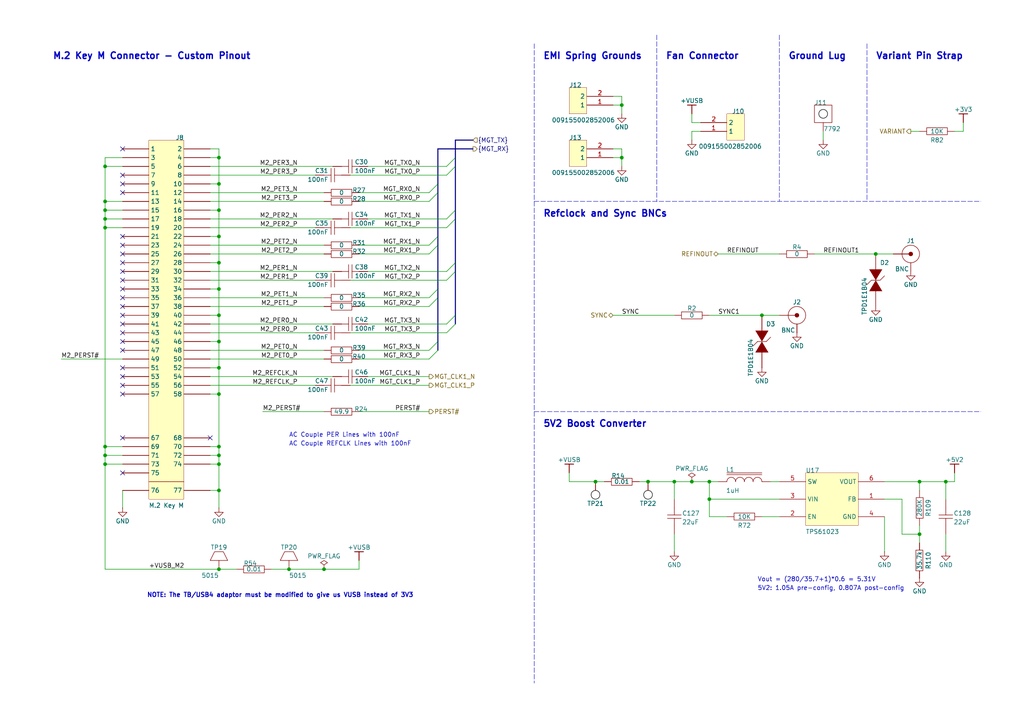
<source format=kicad_sch>
(kicad_sch (version 20241209) (generator "eeschema") (generator_version "8.99")
  (paper "A4")
  (title_block (title "ThunderScope") (rev "5") (company "EEVengers") (comment 1 "Aleksa Bjelogrlic"))
  (text "Vout = (280/35.7+1)*0.6 = 5.31V" (at 219.71 168.91 0) (effects (font (size 1.27 1.27) (thickness 0.1588)) (justify left bottom)))
  (text "AC Couple PER Lines with 100nF" (at 83.82 127 0) (effects (font (size 1.27 1.27)) (justify left bottom)))
  (text "AC Couple REFCLK Lines with 100nF" (at 83.82 129.54 0) (effects (font (size 1.27 1.27)) (justify left bottom)))
  (text "Fan Connector" (at 193.04 15.24 0) (effects (font (size 1.905 1.905) (thickness 0.381) (bold yes)) (justify left top)))
  (text "5V2 Boost Converter" (at 157.48 121.92 0) (effects (font (size 1.905 1.905) (thickness 0.381) (bold yes)) (justify left top)))
  (text "Refclock and Sync BNCs" (at 157.48 60.96 0) (effects (font (size 1.905 1.905) (thickness 0.381) (bold yes)) (justify left top)))
  (text "EMI Spring Grounds" (at 157.48 15.24 0) (effects (font (size 1.905 1.905) (thickness 0.381) (bold yes)) (justify left top)))
  (text "5V2: 1.05A pre-config, 0.807A post-config" (at 219.71 171.45 0) (effects (font (size 1.27 1.27) (thickness 0.1588)) (justify left bottom)))
  (text "NOTE: The TB/USB4 adaptor must be modified to give us VUSB instead of 3V3" (at 81.28 172.72 0) (effects (font (size 1.27 1.27) (thickness 0.254) (bold yes))))
  (text "Variant Pin Strap" (at 254 15.24 0) (effects (font (size 1.905 1.905) (thickness 0.381) (bold yes)) (justify left top)))
  (text "M.2 Key M Connector - Custom Pinout" (at 15.24 15.24 0) (effects (font (size 1.905 1.905) (thickness 0.381) (bold yes)) (justify left top)))
  (text "Ground Lug" (at 228.6 15.24 0) (effects (font (size 1.905 1.905) (thickness 0.381) (bold yes)) (justify left top)))
  (junction (at 30.48 48.26))
  (junction (at 63.5 114.3))
  (junction (at 63.5 129.54))
  (junction (at 63.5 60.96))
  (junction (at 180.34 30.48))
  (junction (at 63.5 106.68))
  (junction (at 205.74 139.7))
  (junction (at 266.7 139.7))
  (junction (at 63.5 83.82))
  (junction (at 63.5 45.72))
  (junction (at 30.48 132.08))
  (junction (at 63.5 165.1))
  (junction (at 30.48 60.96))
  (junction (at 205.74 144.78))
  (junction (at 63.5 99.06))
  (junction (at 172.72 139.7))
  (junction (at 63.5 91.44))
  (junction (at 30.48 66.04))
  (junction (at 83.82 165.1))
  (junction (at 63.5 53.34))
  (junction (at 63.5 76.2))
  (junction (at 93.98 165.1))
  (junction (at 63.5 68.58))
  (junction (at 220.98 91.44))
  (junction (at 30.48 129.54))
  (junction (at 63.5 132.08))
  (junction (at 195.58 139.7))
  (junction (at 200.66 139.7))
  (junction (at 30.48 58.42))
  (junction (at 254 73.66))
  (junction (at 266.7 154.94))
  (junction (at 63.5 134.62))
  (junction (at 180.34 45.72))
  (junction (at 187.96 139.7))
  (junction (at 274.32 139.7))
  (junction (at 63.5 142.24))
  (junction (at 30.48 134.62))
  (junction (at 30.48 63.5))
  (no_connect (at 35.56 73.66))
  (no_connect (at 35.56 68.58))
  (no_connect (at 35.56 81.28))
  (no_connect (at 35.56 99.06))
  (no_connect (at 35.56 50.8))
  (no_connect (at 35.56 93.98))
  (no_connect (at 35.56 78.74))
  (no_connect (at 35.56 101.6))
  (no_connect (at 35.56 83.82))
  (no_connect (at 35.56 114.3))
  (no_connect (at 35.56 96.52))
  (no_connect (at 35.56 86.36))
  (no_connect (at 35.56 55.88))
  (no_connect (at 35.56 71.12))
  (no_connect (at 35.56 111.76))
  (no_connect (at 35.56 91.44))
  (no_connect (at 35.56 88.9))
  (no_connect (at 35.56 137.16))
  (no_connect (at 35.56 53.34))
  (no_connect (at 35.56 127))
  (no_connect (at 35.56 109.22))
  (no_connect (at 35.56 43.18))
  (no_connect (at 35.56 76.2))
  (no_connect (at 35.56 106.68))
  (no_connect (at 60.96 127))
  (bus_entry (at 124.46 101.6) (size 2.54 -2.54))
  (bus_entry (at 124.46 58.42) (size 2.54 -2.54))
  (bus_entry (at 129.54 96.52) (size 2.54 -2.54))
  (bus_entry (at 124.46 88.9) (size 2.54 -2.54))
  (bus_entry (at 129.54 78.74) (size 2.54 -2.54))
  (bus_entry (at 129.54 81.28) (size 2.54 -2.54))
  (bus_entry (at 129.54 63.5) (size 2.54 -2.54))
  (bus_entry (at 124.46 55.88) (size 2.54 -2.54))
  (bus_entry (at 124.46 104.14) (size 2.54 -2.54))
  (bus_entry (at 124.46 86.36) (size 2.54 -2.54))
  (bus_entry (at 124.46 73.66) (size 2.54 -2.54))
  (bus_entry (at 129.54 66.04) (size 2.54 -2.54))
  (bus_entry (at 129.54 50.8) (size 2.54 -2.54))
  (bus_entry (at 129.54 48.26) (size 2.54 -2.54))
  (bus_entry (at 129.54 93.98) (size 2.54 -2.54))
  (bus_entry (at 124.46 71.12) (size 2.54 -2.54))
  (wire (pts (xy 177.8 91.44) (xy 195.58 91.44)))
  (wire (pts (xy 195.58 139.7) (xy 195.58 144.78)))
  (wire (pts (xy 185.42 139.7) (xy 187.96 139.7)))
  (wire (pts (xy 63.5 99.06) (xy 63.5 106.68)))
  (wire (pts (xy 172.72 139.7) (xy 175.26 139.7)))
  (polyline (pts (xy 154.94 58.42) (xy 284.48 58.42)) (stroke (width 0.127) (type dash)))
  (wire (pts (xy 63.5 134.62) (xy 63.5 142.24)))
  (wire (pts (xy 104.14 119.38) (xy 124.46 119.38)))
  (wire (pts (xy 60.96 106.68) (xy 63.5 106.68)))
  (wire (pts (xy 60.96 109.22) (xy 96.52 109.22)))
  (wire (pts (xy 30.48 60.96) (xy 30.48 58.42)))
  (wire (pts (xy 30.48 132.08) (xy 30.48 129.54)))
  (wire (pts (xy 60.96 60.96) (xy 63.5 60.96)))
  (bus (pts (xy 127 99.06) (xy 127 101.6)))
  (wire (pts (xy 93.98 165.1) (xy 104.14 165.1)))
  (wire (pts (xy 63.5 45.72) (xy 63.5 53.34)))
  (wire (pts (xy 104.14 55.88) (xy 124.46 55.88)))
  (wire (pts (xy 63.5 91.44) (xy 63.5 99.06)))
  (wire (pts (xy 264.16 38.1) (xy 266.7 38.1)))
  (wire (pts (xy 180.34 43.18) (xy 180.34 45.72)))
  (wire (pts (xy 104.14 58.42) (xy 124.46 58.42)))
  (polyline (pts (xy 251.46 12.7) (xy 251.46 58.42)) (stroke (width 0.127) (type dash)))
  (wire (pts (xy 60.96 114.3) (xy 63.5 114.3)))
  (wire (pts (xy 101.6 96.52) (xy 129.54 96.52)))
  (wire (pts (xy 63.5 53.34) (xy 63.5 60.96)))
  (wire (pts (xy 30.48 48.26) (xy 30.48 45.72)))
  (wire (pts (xy 63.5 68.58) (xy 63.5 76.2)))
  (wire (pts (xy 63.5 165.1) (xy 68.58 165.1)))
  (wire (pts (xy 63.5 106.68) (xy 63.5 114.3)))
  (wire (pts (xy 177.8 30.48) (xy 180.34 30.48)))
  (wire (pts (xy 200.66 38.1) (xy 200.66 40.64)))
  (wire (pts (xy 30.48 165.1) (xy 63.5 165.1)))
  (wire (pts (xy 30.48 66.04) (xy 30.48 63.5)))
  (wire (pts (xy 104.14 104.14) (xy 124.46 104.14)))
  (wire (pts (xy 60.96 43.18) (xy 63.5 43.18)))
  (wire (pts (xy 180.34 30.48) (xy 180.34 33.02)))
  (wire (pts (xy 60.96 68.58) (xy 63.5 68.58)))
  (wire (pts (xy 30.48 129.54) (xy 30.48 66.04)))
  (wire (pts (xy 35.56 132.08) (xy 30.48 132.08)))
  (wire (pts (xy 35.56 60.96) (xy 30.48 60.96)))
  (wire (pts (xy 60.96 132.08) (xy 63.5 132.08)))
  (wire (pts (xy 266.7 139.7) (xy 274.32 139.7)))
  (polyline (pts (xy 190.5 10.16) (xy 190.5 58.42)) (stroke (width 0.127) (type dash)))
  (wire (pts (xy 60.96 96.52) (xy 91.44 96.52)))
  (wire (pts (xy 276.86 139.7) (xy 274.32 139.7)))
  (wire (pts (xy 60.96 50.8) (xy 91.44 50.8)))
  (wire (pts (xy 104.14 73.66) (xy 124.46 73.66)))
  (wire (pts (xy 35.56 66.04) (xy 30.48 66.04)))
  (wire (pts (xy 205.74 91.44) (xy 220.98 91.44)))
  (wire (pts (xy 63.5 142.24) (xy 63.5 147.32)))
  (bus (pts (xy 127 53.34) (xy 127 55.88)))
  (bus (pts (xy 132.08 78.74) (xy 132.08 76.2)))
  (bus (pts (xy 132.08 63.5) (xy 132.08 60.96)))
  (wire (pts (xy 35.56 142.24) (xy 35.56 147.32)))
  (wire (pts (xy 180.34 27.94) (xy 180.34 30.48)))
  (wire (pts (xy 203.2 35.56) (xy 200.66 35.56)))
  (bus (pts (xy 132.08 48.26) (xy 132.08 45.72)))
  (wire (pts (xy 279.4 35.56) (xy 279.4 38.1)))
  (wire (pts (xy 106.68 63.5) (xy 129.54 63.5)))
  (polyline (pts (xy 154.94 119.38) (xy 284.48 119.38)) (stroke (width 0.127) (type dash)))
  (wire (pts (xy 104.14 88.9) (xy 124.46 88.9)))
  (wire (pts (xy 195.58 160.02) (xy 195.58 154.94)))
  (wire (pts (xy 104.14 86.36) (xy 124.46 86.36)))
  (wire (pts (xy 266.7 152.4) (xy 266.7 154.94)))
  (wire (pts (xy 203.2 38.1) (xy 200.66 38.1)))
  (wire (pts (xy 35.56 129.54) (xy 30.48 129.54)))
  (wire (pts (xy 63.5 83.82) (xy 63.5 91.44)))
  (bus (pts (xy 132.08 60.96) (xy 132.08 48.26)))
  (wire (pts (xy 63.5 114.3) (xy 63.5 129.54)))
  (bus (pts (xy 132.08 40.64) (xy 137.16 40.64)))
  (wire (pts (xy 180.34 45.72) (xy 180.34 48.26)))
  (wire (pts (xy 177.8 27.94) (xy 180.34 27.94)))
  (wire (pts (xy 63.5 43.18) (xy 63.5 45.72)))
  (wire (pts (xy 60.96 78.74) (xy 96.52 78.74)))
  (wire (pts (xy 276.86 137.16) (xy 276.86 139.7)))
  (wire (pts (xy 200.66 139.7) (xy 205.74 139.7)))
  (wire (pts (xy 78.74 165.1) (xy 83.82 165.1)))
  (wire (pts (xy 101.6 66.04) (xy 129.54 66.04)))
  (bus (pts (xy 127 86.36) (xy 127 99.06)))
  (wire (pts (xy 106.68 93.98) (xy 129.54 93.98)))
  (wire (pts (xy 30.48 63.5) (xy 30.48 60.96)))
  (wire (pts (xy 63.5 142.24) (xy 60.96 142.24)))
  (wire (pts (xy 60.96 48.26) (xy 96.52 48.26)))
  (wire (pts (xy 220.98 149.86) (xy 226.06 149.86)))
  (wire (pts (xy 60.96 104.14) (xy 93.98 104.14)))
  (wire (pts (xy 60.96 101.6) (xy 93.98 101.6)))
  (bus (pts (xy 127 43.18) (xy 137.16 43.18)))
  (wire (pts (xy 60.96 55.88) (xy 93.98 55.88)))
  (wire (pts (xy 60.96 66.04) (xy 91.44 66.04)))
  (wire (pts (xy 101.6 50.8) (xy 129.54 50.8)))
  (wire (pts (xy 35.56 45.72) (xy 30.48 45.72)))
  (wire (pts (xy 210.82 149.86) (xy 205.74 149.86)))
  (wire (pts (xy 63.5 132.08) (xy 63.5 134.62)))
  (wire (pts (xy 205.74 144.78) (xy 226.06 144.78)))
  (wire (pts (xy 60.96 134.62) (xy 63.5 134.62)))
  (wire (pts (xy 60.96 83.82) (xy 63.5 83.82)))
  (wire (pts (xy 177.8 45.72) (xy 180.34 45.72)))
  (wire (pts (xy 17.78 104.14) (xy 35.56 104.14)))
  (wire (pts (xy 83.82 165.1) (xy 93.98 165.1)))
  (wire (pts (xy 106.68 109.22) (xy 124.46 109.22)))
  (wire (pts (xy 35.56 63.5) (xy 30.48 63.5)))
  (wire (pts (xy 60.96 81.28) (xy 91.44 81.28)))
  (wire (pts (xy 60.96 86.36) (xy 93.98 86.36)))
  (wire (pts (xy 60.96 45.72) (xy 63.5 45.72)))
  (wire (pts (xy 60.96 93.98) (xy 96.52 93.98)))
  (wire (pts (xy 276.86 38.1) (xy 279.4 38.1)))
  (bus (pts (xy 127 83.82) (xy 127 86.36)))
  (wire (pts (xy 205.74 139.7) (xy 208.28 139.7)))
  (wire (pts (xy 220.98 91.44) (xy 226.06 91.44)))
  (wire (pts (xy 60.96 63.5) (xy 96.52 63.5)))
  (wire (pts (xy 187.96 139.7) (xy 195.58 139.7)))
  (wire (pts (xy 274.32 160.02) (xy 274.32 154.94)))
  (wire (pts (xy 200.66 33.02) (xy 200.66 35.56)))
  (wire (pts (xy 256.54 149.86) (xy 256.54 160.02)))
  (bus (pts (xy 127 68.58) (xy 127 71.12)))
  (wire (pts (xy 165.1 137.16) (xy 165.1 139.7)))
  (wire (pts (xy 30.48 165.1) (xy 30.48 134.62)))
  (bus (pts (xy 127 43.18) (xy 127 53.34)))
  (wire (pts (xy 165.1 139.7) (xy 172.72 139.7)))
  (wire (pts (xy 63.5 76.2) (xy 63.5 83.82)))
  (wire (pts (xy 274.32 144.78) (xy 274.32 139.7)))
  (wire (pts (xy 106.68 48.26) (xy 129.54 48.26)))
  (wire (pts (xy 104.14 165.1) (xy 104.14 162.56)))
  (bus (pts (xy 127 55.88) (xy 127 68.58)))
  (wire (pts (xy 238.76 38.1) (xy 238.76 40.64)))
  (wire (pts (xy 195.58 139.7) (xy 200.66 139.7)))
  (wire (pts (xy 261.62 154.94) (xy 266.7 154.94)))
  (polyline (pts (xy 154.94 12.7) (xy 154.94 198.12)) (stroke (width 0.127) (type dash)))
  (wire (pts (xy 60.96 91.44) (xy 63.5 91.44)))
  (wire (pts (xy 101.6 111.76) (xy 124.46 111.76)))
  (wire (pts (xy 223.52 139.7) (xy 226.06 139.7)))
  (wire (pts (xy 205.74 144.78) (xy 205.74 149.86)))
  (wire (pts (xy 60.96 58.42) (xy 93.98 58.42)))
  (wire (pts (xy 205.74 139.7) (xy 205.74 144.78)))
  (wire (pts (xy 266.7 139.7) (xy 256.54 139.7)))
  (wire (pts (xy 30.48 58.42) (xy 30.48 48.26)))
  (wire (pts (xy 63.5 60.96) (xy 63.5 68.58)))
  (wire (pts (xy 101.6 81.28) (xy 129.54 81.28)))
  (bus (pts (xy 132.08 91.44) (xy 132.08 78.74)))
  (wire (pts (xy 60.96 53.34) (xy 63.5 53.34)))
  (bus (pts (xy 132.08 76.2) (xy 132.08 63.5)))
  (wire (pts (xy 60.96 76.2) (xy 63.5 76.2)))
  (wire (pts (xy 35.56 134.62) (xy 30.48 134.62)))
  (wire (pts (xy 60.96 111.76) (xy 91.44 111.76)))
  (bus (pts (xy 127 71.12) (xy 127 83.82)))
  (wire (pts (xy 35.56 58.42) (xy 30.48 58.42)))
  (wire (pts (xy 63.5 129.54) (xy 63.5 132.08)))
  (wire (pts (xy 104.14 101.6) (xy 124.46 101.6)))
  (wire (pts (xy 236.22 73.66) (xy 254 73.66)))
  (wire (pts (xy 177.8 43.18) (xy 180.34 43.18)))
  (wire (pts (xy 60.96 88.9) (xy 93.98 88.9)))
  (wire (pts (xy 60.96 99.06) (xy 63.5 99.06)))
  (wire (pts (xy 254 73.66) (xy 259.08 73.66)))
  (wire (pts (xy 93.98 119.38) (xy 76.2 119.38)))
  (wire (pts (xy 106.68 78.74) (xy 129.54 78.74)))
  (wire (pts (xy 266.7 142.24) (xy 266.7 139.7)))
  (wire (pts (xy 261.62 144.78) (xy 261.62 154.94)))
  (bus (pts (xy 132.08 93.98) (xy 132.08 91.44)))
  (wire (pts (xy 35.56 48.26) (xy 30.48 48.26)))
  (wire (pts (xy 30.48 134.62) (xy 30.48 132.08)))
  (wire (pts (xy 104.14 71.12) (xy 124.46 71.12)))
  (wire (pts (xy 208.28 73.66) (xy 226.06 73.66)))
  (wire (pts (xy 60.96 71.12) (xy 93.98 71.12)))
  (bus (pts (xy 132.08 45.72) (xy 132.08 40.64)))
  (wire (pts (xy 266.7 154.94) (xy 266.7 157.48)))
  (wire (pts (xy 60.96 73.66) (xy 93.98 73.66)))
  (wire (pts (xy 256.54 144.78) (xy 261.62 144.78)))
  (polyline (pts (xy 226.06 10.16) (xy 226.06 58.42)) (stroke (width 0.127) (type dash)))
  (wire (pts (xy 63.5 129.54) (xy 60.96 129.54)))
  (label "MGT_RX3_N" (at 121.92 101.6 180))
  (label "M2_PERST#" (at 76.2 119.38 0))
  (label "MGT_TX1_P" (at 121.92 66.04 180))
  (label "MGT_CLK1_P" (at 121.92 111.76 180))
  (label "MGT_CLK1_N" (at 121.92 109.22 180))
  (label "MGT_TX0_N" (at 121.92 48.26 180))
  (label "M2_REFCLK_P" (at 86.36 111.76 180))
  (label "M2_PER0_P" (at 86.36 96.52 180))
  (label "M2_PET0_N" (at 86.36 101.6 180))
  (label "PERST#" (at 121.92 119.38 180))
  (label "MGT_RX3_P" (at 121.92 104.14 180))
  (label "MGT_TX2_P" (at 121.92 81.28 180))
  (label "M2_PET2_N" (at 86.36 71.12 180))
  (label "MGT_RX0_P" (at 121.92 58.42 180))
  (label "MGT_RX2_P" (at 121.92 88.9 180))
  (label "M2_PER2_N" (at 86.36 63.5 180))
  (label "M2_PET1_P" (at 86.36 88.9 180))
  (label "MGT_RX1_N" (at 121.92 71.12 180))
  (label "SYNC" (at 180.34 91.44 0))
  (label "SYNC1" (at 208.28 91.44 0))
  (label "M2_REFCLK_N" (at 86.36 109.22 180))
  (label "REFINOUT1" (at 238.76 73.66 0))
  (label "M2_PET3_P" (at 86.36 58.42 180))
  (label "M2_PERST#" (at 17.78 104.14 0))
  (label "MGT_TX2_N" (at 121.92 78.74 180))
  (label "M2_PER3_N" (at 86.36 48.26 180))
  (label "M2_PER0_N" (at 86.36 93.98 180))
  (label "MGT_TX3_P" (at 121.92 96.52 180))
  (label "M2_PER1_P" (at 86.36 81.28 180))
  (label "M2_PET2_P" (at 86.36 73.66 180))
  (label "MGT_RX1_P" (at 121.92 73.66 180))
  (label "+VUSB_M2" (at 43.18 165.1 0))
  (label "M2_PER2_P" (at 86.36 66.04 180))
  (label "MGT_RX0_N" (at 121.92 55.88 180))
  (label "MGT_TX0_P" (at 121.92 50.8 180))
  (label "M2_PET1_N" (at 86.36 86.36 180))
  (label "M2_PET0_P" (at 86.36 104.14 180))
  (label "MGT_TX3_N" (at 121.92 93.98 180))
  (label "M2_PER1_N" (at 86.36 78.74 180))
  (label "MGT_RX2_N" (at 121.92 86.36 180))
  (label "MGT_TX1_N" (at 121.92 63.5 180))
  (label "M2_PER3_P" (at 86.36 50.8 180))
  (label "M2_PET3_N" (at 86.36 55.88 180))
  (label "REFINOUT" (at 210.82 73.66 0))
  (hierarchical_label "PERST#" (shape output) (at 124.46 119.38 0))
  (hierarchical_label "{MGT_TX}" (shape input) (at 137.16 40.64 0))
  (hierarchical_label "REFINOUT" (shape bidirectional) (at 208.28 73.66 180))
  (hierarchical_label "MGT_CLK1_P" (shape output) (at 124.46 111.76 0))
  (hierarchical_label "VARIANT" (shape output) (at 264.16 38.1 180))
  (hierarchical_label "SYNC" (shape bidirectional) (at 177.8 91.44 180))
  (hierarchical_label "MGT_CLK1_N" (shape output) (at 124.46 109.22 0))
  (hierarchical_label "{MGT_RX}" (shape output) (at 137.16 43.18 0))
  (symbol (lib_id "Thunderscope_Rev5:RES 0 OHM 1/16W 0402") (at 99.06 101.6 0) (mirror y) (unit 1)
    (property "Reference" "R39" (at 104.14 101.6 0) (effects (justify bottom)))
    (property "Value" "0" (at 99.06 101.6 0))
    (property "Footprint" "Thunderscope_Rev5:GEN_R_0402" (effects (hide yes)))
    (property "PACKAGE" "0402" (effects (hide yes)))
    (property "SUPPLIER 1" "Mouser" (effects (hide yes)))
    (property "SUPPLIER PART NUMBER 1" "603-RC0402JR-070RL" (effects (hide yes)))
    (property "MANUFACTURER" "Yageo" (effects (hide yes)))
    (property "MANUFACTURER PART NUMBER" "RC0402JR-070RL" (effects (hide yes)))
  )
  (symbol (lib_id "Thunderscope_Rev5:CONN SPRING 2 PIN") (at 167.64 43.18 0) (unit 1)
    (property "Reference" "J13" (at 165.1 40.64 0) (effects (justify left bottom)))
    (property "Value" "009155002852006" (at 160.02 50.8 0) (effects (justify left bottom)))
    (property "Footprint" "Thunderscope_Rev5:KYO_009155002852006" (effects (hide yes)))
    (property "SUPPLIER 1" "Mouser" (effects (hide yes)))
    (property "SUPPLIER PART NUMBER 1" "581-009155002852006" (effects (hide yes)))
    (property "MANUFACTURER" "KYOCERA AVX" (effects (hide yes)))
    (property "MANUFACTURER PART NUMBER" "009155002852006" (effects (hide yes)))
  )
  (symbol (lib_id "Thunderscope_Rev5:RES 10K OHM 1% 1/10W 0402") (at 215.9 149.86 0) (unit 1)
    (property "Reference" "R72" (at 215.9 152.4 0))
    (property "Value" "10K" (at 215.9 149.86 0))
    (property "Footprint" "Thunderscope_Rev5:GEN_R_0402" (effects (hide yes)))
    (property "TOLERANCE" "1%" (effects (hide yes)))
    (property "PACKAGE" "0402" (effects (hide yes)))
    (property "SUPPLIER 1" "Mouser" (effects (hide yes)))
    (property "SUPPLIER PART NUMBER 1" "667-ERJ-2RKF1002X" (effects (hide yes)))
    (property "MANUFACTURER" "Panasonic" (effects (hide yes)))
    (property "MANUFACTURER PART NUMBER" "ERJ-2RKF1002X" (effects (hide yes)))
  )
  (symbol (lib_id "Thunderscope_Rev5:CAP 100nF 16V X7R 0402") (at 96.52 50.8 270) (mirror x) (unit 1)
    (property "Reference" "C31" (at 95.25 49.53 90) (effects (justify right)))
    (property "Value" "100nF" (at 95.25 52.07 90) (effects (justify right)))
    (property "Footprint" "Thunderscope_Rev5:GEN_C_0402" (effects (hide yes)))
    (property "PACKAGE" "0402" (effects (hide yes)))
    (property "VOLTAGE RATING" "16V" (effects (hide yes)))
    (property "SUPPLIER 1" "Mouser" (effects (hide yes)))
    (property "SUPPLIER PART NUMBER 1" "81-GCM155R71C104KA5D" (effects (hide yes)))
    (property "HOUSE PART NUMBER" "C-100nF-0402-002" (effects (hide yes)))
    (property "MANUFACTURER" "Murata" (effects (hide yes)))
    (property "MANUFACTURER PART NUMBER" "GCM155R71C104KA55D" (effects (hide yes)))
  )
  (symbol (lib_id "power:PWR_FLAG") (at 200.66 139.7 0) (unit 1)
    (property "Reference" "#FLG019" (effects (hide yes)))
    (property "Value" "PWR_FLAG" (at 200.66 135.89 0))
    (property "Description" "Special symbol for telling ERC where power comes from" (effects (hide yes)))
  )
  (symbol (lib_id "Thunderscope_Rev5:GND") (at 63.5 147.32 0) (mirror y) (unit 1)
    (property "Reference" "#PWR0559" (effects (hide yes)))
    (property "Value" "GND" (at 63.5 151.13 0))
    (property "Description" "Power symbol creates a global label with name \"GND\" , ground" (effects (hide yes)))
  )
  (symbol (lib_id "Thunderscope_Rev5:CAP 100nF 16V X7R 0402") (at 101.6 63.5 270) (mirror x) (unit 1)
    (property "Reference" "C34" (at 102.87 62.23 90) (effects (justify left)))
    (property "Value" "100nF" (at 102.87 64.77 90) (effects (justify left)))
    (property "Footprint" "Thunderscope_Rev5:GEN_C_0402" (effects (hide yes)))
    (property "PACKAGE" "0402" (effects (hide yes)))
    (property "VOLTAGE RATING" "16V" (effects (hide yes)))
    (property "SUPPLIER 1" "Mouser" (effects (hide yes)))
    (property "SUPPLIER PART NUMBER 1" "81-GCM155R71C104KA5D" (effects (hide yes)))
    (property "HOUSE PART NUMBER" "C-100nF-0402-002" (effects (hide yes)))
    (property "MANUFACTURER" "Murata" (effects (hide yes)))
    (property "MANUFACTURER PART NUMBER" "GCM155R71C104KA55D" (effects (hide yes)))
  )
  (symbol (lib_id "Thunderscope_Rev5:CAP 100nF 16V X7R 0402") (at 101.6 109.22 270) (mirror x) (unit 1)
    (property "Reference" "C46" (at 102.87 107.95 90) (effects (justify left)))
    (property "Value" "100nF" (at 102.87 110.49 90) (effects (justify left)))
    (property "Footprint" "Thunderscope_Rev5:GEN_C_0402" (effects (hide yes)))
    (property "PACKAGE" "0402" (effects (hide yes)))
    (property "VOLTAGE RATING" "16V" (effects (hide yes)))
    (property "SUPPLIER 1" "Mouser" (effects (hide yes)))
    (property "SUPPLIER PART NUMBER 1" "81-GCM155R71C104KA5D" (effects (hide yes)))
    (property "HOUSE PART NUMBER" "C-100nF-0402-002" (effects (hide yes)))
    (property "MANUFACTURER" "Murata" (effects (hide yes)))
    (property "MANUFACTURER PART NUMBER" "GCM155R71C104KA55D" (effects (hide yes)))
  )
  (symbol (lib_id "Thunderscope_Rev5:GND") (at 266.7 167.64 0) (unit 1)
    (property "Reference" "#PWR0342" (effects (hide yes)))
    (property "Value" "GND" (at 266.7 171.45 0))
    (property "Description" "Power symbol creates a global label with name \"GND\" , ground" (effects (hide yes)))
  )
  (symbol (lib_id "Thunderscope_Rev5:+VUSB") (at 200.66 33.02 0) (mirror x) (unit 1)
    (property "Reference" "#PWR0273" (effects (hide yes)))
    (property "Value" "+VUSB" (at 200.66 29.21 0))
    (property "Description" "Power symbol creates a global label with name '+VUSB'" (effects (hide yes)))
  )
  (symbol (lib_id "Thunderscope_Rev5:BNC JACK R/A") (at 231.14 91.44 0) (mirror y) (unit 1)
    (property "Reference" "J2" (at 231.14 87.63 0))
    (property "Value" "BNC" (at 228.6 96.52 0) (effects (justify bottom)))
    (property "Footprint" "Thunderscope_Rev5:MOL_0731000105" (effects (hide yes)))
    (property "SUPPLIER 1" "Mouser" (effects (hide yes)))
    (property "SUPPLIER PART NUMBER 1" "538-73100-0105" (effects (hide yes)))
    (property "MANUFACTURER" "Molex" (effects (hide yes)))
    (property "MANUFACTURER PART NUMBER" "73100-0105" (effects (hide yes)))
  )
  (symbol (lib_id "Thunderscope_Rev5:CAP 100nF 16V X7R 0402") (at 96.52 81.28 270) (mirror x) (unit 1)
    (property "Reference" "C39" (at 95.25 80.01 90) (effects (justify right)))
    (property "Value" "100nF" (at 95.25 82.55 90) (effects (justify right)))
    (property "Footprint" "Thunderscope_Rev5:GEN_C_0402" (effects (hide yes)))
    (property "PACKAGE" "0402" (effects (hide yes)))
    (property "VOLTAGE RATING" "16V" (effects (hide yes)))
    (property "SUPPLIER 1" "Mouser" (effects (hide yes)))
    (property "SUPPLIER PART NUMBER 1" "81-GCM155R71C104KA5D" (effects (hide yes)))
    (property "HOUSE PART NUMBER" "C-100nF-0402-002" (effects (hide yes)))
    (property "MANUFACTURER" "Murata" (effects (hide yes)))
    (property "MANUFACTURER PART NUMBER" "GCM155R71C104KA55D" (effects (hide yes)))
  )
  (symbol (lib_id "Thunderscope_Rev5:IND 1uH 5.5A 32 MOHM 1210") (at 215.9 139.7 0) (unit 1)
    (property "Reference" "L1" (at 210.566 136.906 0) (effects (justify left bottom)))
    (property "Value" "1uH" (at 210.566 143.002 0) (effects (justify left bottom)))
    (property "Footprint" "Thunderscope_Rev5:GEN_L_1210" (effects (hide yes)))
    (property "SUPPLIER 1" "Mouser" (effects (hide yes)))
    (property "SUPPLIER PART NUMBER 1" "652-SRP3212-1R0M" (effects (hide yes)))
    (property "HOUSE PART NUMBER" "SRP3212-1R0M" (effects (hide yes)))
    (property "MANUFACTURER" "Bourns" (effects (hide yes)))
    (property "MANUFACTURER PART NUMBER" "SRP3212-1R0M" (effects (hide yes)))
  )
  (symbol (lib_id "Thunderscope_Rev5:CAP 100nF 16V X7R 0402") (at 101.6 78.74 270) (mirror x) (unit 1)
    (property "Reference" "C38" (at 102.87 77.47 90) (effects (justify left)))
    (property "Value" "100nF" (at 102.87 80.01 90) (effects (justify left)))
    (property "Footprint" "Thunderscope_Rev5:GEN_C_0402" (effects (hide yes)))
    (property "PACKAGE" "0402" (effects (hide yes)))
    (property "VOLTAGE RATING" "16V" (effects (hide yes)))
    (property "SUPPLIER 1" "Mouser" (effects (hide yes)))
    (property "SUPPLIER PART NUMBER 1" "81-GCM155R71C104KA5D" (effects (hide yes)))
    (property "HOUSE PART NUMBER" "C-100nF-0402-002" (effects (hide yes)))
    (property "MANUFACTURER" "Murata" (effects (hide yes)))
    (property "MANUFACTURER PART NUMBER" "GCM155R71C104KA55D" (effects (hide yes)))
  )
  (symbol (lib_id "Thunderscope_Rev5:TVS TPD1E1B04") (at 220.98 99.06 0) (unit 1)
    (property "Reference" "D3" (at 223.52 93.98 0))
    (property "Value" "TPD1E1B04" (at 218.44 109.22 90) (effects (justify left bottom)))
    (property "Footprint" "Thunderscope_Rev5:TI_X1SON_DPY0002A" (effects (hide yes)))
    (property "SUPPLIER 1" "Texas Instruments" (effects (hide yes)))
    (property "SUPPLIER PART NUMBER 1" "TPD1E1B04DPYR" (effects (hide yes)))
    (property "MANUFACTURER" "Texas Instruments" (effects (hide yes)))
    (property "MANUFACTURER PART NUMBER" "TPD1E1B04DPYR" (effects (hide yes)))
  )
  (symbol (lib_id "Thunderscope_Rev5:GND") (at 264.16 78.74 0) (mirror y) (unit 1)
    (property "Reference" "#PWR011" (effects (hide yes)))
    (property "Value" "GND" (at 264.16 82.55 0))
    (property "Description" "Power symbol creates a global label with name \"GND\" , ground" (effects (hide yes)))
  )
  (symbol (lib_id "Thunderscope_Rev5:CAP 100nF 16V X7R 0402") (at 96.52 66.04 270) (mirror x) (unit 1)
    (property "Reference" "C35" (at 95.25 64.77 90) (effects (justify right)))
    (property "Value" "100nF" (at 95.25 67.31 90) (effects (justify right)))
    (property "Footprint" "Thunderscope_Rev5:GEN_C_0402" (effects (hide yes)))
    (property "PACKAGE" "0402" (effects (hide yes)))
    (property "VOLTAGE RATING" "16V" (effects (hide yes)))
    (property "SUPPLIER 1" "Mouser" (effects (hide yes)))
    (property "SUPPLIER PART NUMBER 1" "81-GCM155R71C104KA5D" (effects (hide yes)))
    (property "HOUSE PART NUMBER" "C-100nF-0402-002" (effects (hide yes)))
    (property "MANUFACTURER" "Murata" (effects (hide yes)))
    (property "MANUFACTURER PART NUMBER" "GCM155R71C104KA55D" (effects (hide yes)))
  )
  (symbol (lib_id "Thunderscope_Rev5:BNC JACK R/A") (at 264.16 73.66 0) (mirror y) (unit 1)
    (property "Reference" "J1" (at 264.16 69.85 0))
    (property "Value" "BNC" (at 261.62 78.74 0) (effects (justify bottom)))
    (property "Footprint" "Thunderscope_Rev5:MOL_0731000105" (effects (hide yes)))
    (property "SUPPLIER 1" "Mouser" (effects (hide yes)))
    (property "SUPPLIER PART NUMBER 1" "538-73100-0105" (effects (hide yes)))
    (property "MANUFACTURER" "Molex" (effects (hide yes)))
    (property "MANUFACTURER PART NUMBER" "73100-0105" (effects (hide yes)))
  )
  (symbol (lib_id "Thunderscope_Rev5:GND") (at 200.66 40.64 0) (mirror y) (unit 1)
    (property "Reference" "#PWR0274" (effects (hide yes)))
    (property "Value" "GND" (at 200.66 44.45 0))
    (property "Description" "Power symbol creates a global label with name \"GND\" , ground" (effects (hide yes)))
  )
  (symbol (lib_id "Thunderscope_Rev5:TP PCB 1mm") (at 172.72 139.7 270) (unit 1) (in_bom no)
    (property "Reference" "TP21" (at 172.72 146.05 90))
    (property "Value" "PCB" (effects (hide yes)))
    (property "Footprint" "Thunderscope_Rev5:GEN_TP_PCB" (effects (hide yes)))
  )
  (symbol (lib_id "Thunderscope_Rev5:GND") (at 238.76 40.64 0) (unit 1)
    (property "Reference" "#PWR014" (effects (hide yes)))
    (property "Value" "GND" (at 238.76 44.45 0))
    (property "Description" "Power symbol creates a global label with name \"GND\" , ground" (effects (hide yes)))
  )
  (symbol (lib_id "Thunderscope_Rev5:RES 0.01 OHM 1% 1/4W 0603") (at 73.66 165.1 0) (unit 1)
    (property "Reference" "R54" (at 70.66 164.124 0) (effects (justify left bottom)))
    (property "Value" "0.01" (at 73.66 165.1 0))
    (property "Footprint" "Thunderscope_Rev5:GEN_R_0603" (effects (hide yes)))
    (property "TOLERANCE" "1%" (effects (hide yes)))
    (property "SUPPLIER 1" "Mouser" (effects (hide yes)))
    (property "SUPPLIER PART NUMBER 1" "754-RL0816T-R010-F" (effects (hide yes)))
    (property "PACKAGE" "0603" (effects (hide yes)))
    (property "HOUSE PART NUMBER" "R-0.01-0603-1%-001" (effects (hide yes)))
    (property "MANUFACTURER" "Susumu" (effects (hide yes)))
    (property "MANUFACTURER PART NUMBER" "RL0816T-R010-F" (effects (hide yes)))
  )
  (symbol (lib_id "Thunderscope_Rev5:CONN M4 SCREW TERM KEYSTONE 7792") (at 238.76 35.56 0) (unit 1)
    (property "Reference" "J11" (at 236.22 30.48 0) (effects (justify left bottom)))
    (property "Value" "7792" (at 238.76 38.1 0) (effects (justify left bottom)))
    (property "Footprint" "Thunderscope_Rev5:KEY_7792" (effects (hide yes)))
    (property "MANUFACTURER" "Keystone Electronics" (effects (hide yes)))
    (property "MANUFACTURER PART NUMBER" "7792" (effects (hide yes)))
    (property "SUPPLIER 1" "Mouser" (effects (hide yes)))
    (property "SUPPLIER PART NUMBER 1" "534-7792" (effects (hide yes)))
  )
  (symbol (lib_id "Thunderscope_Rev5:GND") (at 254 88.9 0) (unit 1)
    (property "Reference" "#PWR010" (effects (hide yes)))
    (property "Value" "GND" (at 254 92.71 0))
    (property "Description" "Power symbol creates a global label with name \"GND\" , ground" (effects (hide yes)))
  )
  (symbol (lib_id "Thunderscope_Rev5:RES 0 OHM 1/16W 0402") (at 99.06 86.36 0) (mirror y) (unit 1)
    (property "Reference" "R35" (at 104.14 86.36 0) (effects (justify bottom)))
    (property "Value" "0" (at 99.06 86.36 0))
    (property "Footprint" "Thunderscope_Rev5:GEN_R_0402" (effects (hide yes)))
    (property "PACKAGE" "0402" (effects (hide yes)))
    (property "SUPPLIER 1" "Mouser" (effects (hide yes)))
    (property "SUPPLIER PART NUMBER 1" "603-RC0402JR-070RL" (effects (hide yes)))
    (property "MANUFACTURER" "Yageo" (effects (hide yes)))
    (property "MANUFACTURER PART NUMBER" "RC0402JR-070RL" (effects (hide yes)))
  )
  (symbol (lib_id "Thunderscope_Rev5:GND") (at 220.98 106.68 0) (unit 1)
    (property "Reference" "#PWR012" (effects (hide yes)))
    (property "Value" "GND" (at 220.98 110.49 0))
    (property "Description" "Power symbol creates a global label with name \"GND\" , ground" (effects (hide yes)))
  )
  (symbol (lib_id "Thunderscope_Rev5:TP KEYSTONE 5015") (at 63.5 165.1 0) (unit 1)
    (property "Reference" "TP19" (at 63.5 158.75 0))
    (property "Value" "5015" (at 58.42 167.64 0) (effects (justify left bottom)))
    (property "Footprint" "Thunderscope_Rev5:KEY_5015" (effects (hide yes)))
    (property "SUPPLIER 1" "Mouser" (effects (hide yes)))
    (property "SUPPLIER PART NUMBER 1" "534-5015" (effects (hide yes)))
    (property "MANUFACTURER" "Keystone Electronics" (effects (hide yes)))
    (property "MANUFACTURER PART NUMBER" "5015" (effects (hide yes)))
  )
  (symbol (lib_id "Thunderscope_Rev5:CONN M.2 Key M FEMALE") (at 48.26 88.9 0) (mirror y) (unit 1)
    (property "Reference" "J8" (at 53.34 40.64 0) (effects (justify left bottom)))
    (property "Value" "M.2 Key M" (at 48.26 147.32 0) (effects (justify bottom)))
    (property "Footprint" "Thunderscope_Rev5:TE_M2_KEYM_2199230" (effects (hide yes)))
    (property "SUPPLIER 1" "Mouser" (effects (hide yes)))
    (property "SUPPLIER PART NUMBER 1" "571-1-2199230-5" (effects (hide yes)))
    (property "MANUFACTURER" "TE Connectivity" (effects (hide yes)))
    (property "MANUFACTURER PART NUMBER" "1-2199230-5" (effects (hide yes)))
  )
  (symbol (lib_id "Thunderscope_Rev5:RES 49.9 OHM 1% 1/10W 0402") (at 99.06 119.38 0) (mirror y) (unit 1)
    (property "Reference" "R24" (at 106.68 119.38 0) (effects (justify left bottom)))
    (property "Value" "49.9" (at 99.06 119.38 0))
    (property "Footprint" "Thunderscope_Rev5:GEN_R_0402" (effects (hide yes)))
    (property "TOLERANCE" "1%" (effects (hide yes)))
    (property "PACKAGE" "0402" (effects (hide yes)))
    (property "SUPPLIER 1" "Mouser" (effects (hide yes)))
    (property "SUPPLIER PART NUMBER 1" "603-RC0402FR-0749R9L" (effects (hide yes)))
    (property "MANUFACTURER" "Yageo" (effects (hide yes)))
    (property "MANUFACTURER PART NUMBER" "RC0402FR-0749R9L" (effects (hide yes)))
  )
  (symbol (lib_id "Thunderscope_Rev5:CAP 22uF 25V X5R 0805") (at 195.58 149.86 0) (unit 1)
    (property "Reference" "C127" (at 197.834 149.606 0) (effects (justify left bottom)))
    (property "Value" "22uF" (at 197.834 152.146 0) (effects (justify left bottom)))
    (property "Footprint" "Thunderscope_Rev5:GEN_C_0805" (effects (hide yes)))
    (property "PACKAGE" "0805" (effects (hide yes)))
    (property "VOLTAGE RATING" "25V" (effects (hide yes)))
    (property "SUPPLIER 1" "Mouser" (effects (hide yes)))
    (property "SUPPLIER PART NUMBER 1" "81-GRM21BR61E226ME4L" (effects (hide yes)))
    (property "HOUSE PART NUMBER" "C-22uF-0805-002" (effects (hide yes)))
    (property "MANUFACTURER" "Murata" (effects (hide yes)))
    (property "MANUFACTURER PART NUMBER" "GRM21BR61E226ME44L" (effects (hide yes)))
  )
  (symbol (lib_id "Thunderscope_Rev5:TP KEYSTONE 5015") (at 83.82 165.1 0) (unit 1)
    (property "Reference" "TP20" (at 83.82 158.75 0))
    (property "Value" "5015" (at 86.36 167.64 0) (effects (justify bottom)))
    (property "Footprint" "Thunderscope_Rev5:KEY_5015" (effects (hide yes)))
    (property "SUPPLIER 1" "Mouser" (effects (hide yes)))
    (property "SUPPLIER PART NUMBER 1" "534-5015" (effects (hide yes)))
    (property "MANUFACTURER" "Keystone Electronics" (effects (hide yes)))
    (property "MANUFACTURER PART NUMBER" "5015" (effects (hide yes)))
  )
  (symbol (lib_id "Thunderscope_Rev5:CONN SPRING 2 PIN") (at 167.64 27.94 0) (unit 1)
    (property "Reference" "J12" (at 165.1 25.4 0) (effects (justify left bottom)))
    (property "Value" "009155002852006" (at 160.02 35.56 0) (effects (justify left bottom)))
    (property "Footprint" "Thunderscope_Rev5:KYO_009155002852006" (effects (hide yes)))
    (property "SUPPLIER 1" "Mouser" (effects (hide yes)))
    (property "SUPPLIER PART NUMBER 1" "581-009155002852006" (effects (hide yes)))
    (property "MANUFACTURER" "KYOCERA AVX" (effects (hide yes)))
    (property "MANUFACTURER PART NUMBER" "009155002852006" (effects (hide yes)))
  )
  (symbol (lib_id "Thunderscope_Rev5:RES 0 OHM 1/16W 0402") (at 99.06 58.42 0) (mirror y) (unit 1)
    (property "Reference" "R28" (at 104.14 58.42 0) (effects (justify bottom)))
    (property "Value" "0" (at 99.06 58.42 0))
    (property "Footprint" "Thunderscope_Rev5:GEN_R_0402" (effects (hide yes)))
    (property "PACKAGE" "0402" (effects (hide yes)))
    (property "SUPPLIER 1" "Mouser" (effects (hide yes)))
    (property "SUPPLIER PART NUMBER 1" "603-RC0402JR-070RL" (effects (hide yes)))
    (property "MANUFACTURER" "Yageo" (effects (hide yes)))
    (property "MANUFACTURER PART NUMBER" "RC0402JR-070RL" (effects (hide yes)))
  )
  (symbol (lib_id "Thunderscope_Rev5:+VUSB") (at 165.1 137.16 180) (unit 1)
    (property "Reference" "#PWR0272" (effects (hide yes)))
    (property "Value" "+VUSB" (at 165.1 133.35 0))
    (property "Description" "Power symbol creates a global label with name '+VUSB'" (effects (hide yes)))
  )
  (symbol (lib_id "Thunderscope_Rev5:GND") (at 274.32 160.02 0) (unit 1)
    (property "Reference" "#PWR0343" (effects (hide yes)))
    (property "Value" "GND" (at 274.32 163.83 0))
    (property "Description" "Power symbol creates a global label with name \"GND\" , ground" (effects (hide yes)))
  )
  (symbol (lib_id "Thunderscope_Rev5:RES 0.01 OHM 1% 1/4W 0603") (at 180.34 139.7 0) (unit 1)
    (property "Reference" "R14" (at 177.34 138.724 0) (effects (justify left bottom)))
    (property "Value" "0.01" (at 180.34 139.7 0))
    (property "Footprint" "Thunderscope_Rev5:GEN_R_0603" (effects (hide yes)))
    (property "TOLERANCE" "1%" (effects (hide yes)))
    (property "SUPPLIER 1" "Mouser" (effects (hide yes)))
    (property "SUPPLIER PART NUMBER 1" "754-RL0816T-R010-F" (effects (hide yes)))
    (property "PACKAGE" "0603" (effects (hide yes)))
    (property "HOUSE PART NUMBER" "R-0.01-0603-1%-001" (effects (hide yes)))
    (property "MANUFACTURER" "Susumu" (effects (hide yes)))
    (property "MANUFACTURER PART NUMBER" "RL0816T-R010-F" (effects (hide yes)))
  )
  (symbol (lib_id "Thunderscope_Rev5:RES 280K OHM 1% 1/16W 0402") (at 266.7 147.32 0) (unit 1)
    (property "Reference" "R109" (at 269.24 147.32 90))
    (property "Value" "280K" (at 266.7 147.32 90))
    (property "Footprint" "Thunderscope_Rev5:GEN_R_0402" (effects (hide yes)))
    (property "TOLERANCE" "1%" (effects (hide yes)))
    (property "PACKAGE" "0402" (effects (hide yes)))
    (property "SUPPLIER 1" "Mouser" (effects (hide yes)))
    (property "SUPPLIER PART NUMBER 1" "603-AC0402FR-07280KL" (effects (hide yes)))
    (property "MANUFACTURER" "Yageo" (effects (hide yes)))
    (property "MANUFACTURER PART NUMBER" "AC0402FR-07280KL" (effects (hide yes)))
  )
  (symbol (lib_id "Thunderscope_Rev5:+3V3_BAR") (at 279.4 35.56 180) (unit 1)
    (property "Reference" "#PWR0374" (effects (hide yes)))
    (property "Value" "+3V3" (at 279.4 31.75 0))
    (property "Description" "Power symbol creates a global label with name '+3V3'" (effects (hide yes)))
  )
  (symbol (lib_id "Thunderscope_Rev5:TVS TPD1E1B04") (at 254 81.28 0) (unit 1)
    (property "Reference" "D2" (at 256.54 76.2 0))
    (property "Value" "TPD1E1B04" (at 251.46 91.44 90) (effects (justify left bottom)))
    (property "Footprint" "Thunderscope_Rev5:TI_X1SON_DPY0002A" (effects (hide yes)))
    (property "SUPPLIER 1" "Texas Instruments" (effects (hide yes)))
    (property "SUPPLIER PART NUMBER 1" "TPD1E1B04DPYR" (effects (hide yes)))
    (property "MANUFACTURER" "Texas Instruments" (effects (hide yes)))
    (property "MANUFACTURER PART NUMBER" "TPD1E1B04DPYR" (effects (hide yes)))
  )
  (symbol (lib_id "Thunderscope_Rev5:CAP 100nF 16V X7R 0402") (at 96.52 96.52 270) (mirror x) (unit 1)
    (property "Reference" "C43" (at 95.25 95.25 90) (effects (justify right)))
    (property "Value" "100nF" (at 95.25 97.79 90) (effects (justify right)))
    (property "Footprint" "Thunderscope_Rev5:GEN_C_0402" (effects (hide yes)))
    (property "PACKAGE" "0402" (effects (hide yes)))
    (property "VOLTAGE RATING" "16V" (effects (hide yes)))
    (property "SUPPLIER 1" "Mouser" (effects (hide yes)))
    (property "SUPPLIER PART NUMBER 1" "81-GCM155R71C104KA5D" (effects (hide yes)))
    (property "HOUSE PART NUMBER" "C-100nF-0402-002" (effects (hide yes)))
    (property "MANUFACTURER" "Murata" (effects (hide yes)))
    (property "MANUFACTURER PART NUMBER" "GCM155R71C104KA55D" (effects (hide yes)))
  )
  (symbol (lib_id "Thunderscope_Rev5:RES 10K OHM 1% 1/10W 0402") (at 271.78 38.1 0) (unit 1)
    (property "Reference" "R82" (at 271.78 40.64 0))
    (property "Value" "10K" (at 271.78 38.1 0))
    (property "Footprint" "Thunderscope_Rev5:GEN_R_0402" (effects (hide yes)))
    (property "TOLERANCE" "1%" (effects (hide yes)))
    (property "PACKAGE" "0402" (effects (hide yes)))
    (property "SUPPLIER 1" "Mouser" (effects (hide yes)))
    (property "SUPPLIER PART NUMBER 1" "667-ERJ-2RKF1002X" (effects (hide yes)))
    (property "MANUFACTURER" "Panasonic" (effects (hide yes)))
    (property "MANUFACTURER PART NUMBER" "ERJ-2RKF1002X" (effects (hide yes)))
  )
  (symbol (lib_id "Thunderscope_Rev5:GND") (at 195.58 160.02 0) (unit 1)
    (property "Reference" "#PWR0333" (effects (hide yes)))
    (property "Value" "GND" (at 195.58 163.83 0))
    (property "Description" "Power symbol creates a global label with name \"GND\" , ground" (effects (hide yes)))
  )
  (symbol (lib_id "Thunderscope_Rev5:CONN SPRING 2 PIN") (at 213.36 35.56 0) (mirror y) (unit 1)
    (property "Reference" "J10" (at 215.9 33.02 0) (effects (justify left bottom)))
    (property "Value" "009155002852006" (at 220.98 43.18 0) (effects (justify left bottom)))
    (property "Footprint" "Thunderscope_Rev5:KYO_009155002852006" (effects (hide yes)))
    (property "SUPPLIER 1" "Mouser" (effects (hide yes)))
    (property "SUPPLIER PART NUMBER 1" "581-009155002852006" (effects (hide yes)))
    (property "MANUFACTURER" "KYOCERA AVX" (effects (hide yes)))
    (property "MANUFACTURER PART NUMBER" "009155002852006" (effects (hide yes)))
  )
  (symbol (lib_id "Thunderscope_Rev5:GND") (at 35.56 147.32 0) (mirror y) (unit 1)
    (property "Reference" "#PWR0561" (effects (hide yes)))
    (property "Value" "GND" (at 35.56 151.13 0))
    (property "Description" "Power symbol creates a global label with name \"GND\" , ground" (effects (hide yes)))
  )
  (symbol (lib_id "Thunderscope_Rev5:CAP 100nF 16V X7R 0402") (at 101.6 48.26 270) (mirror x) (unit 1)
    (property "Reference" "C30" (at 102.87 46.99 90) (effects (justify left)))
    (property "Value" "100nF" (at 102.87 49.53 90) (effects (justify left)))
    (property "Footprint" "Thunderscope_Rev5:GEN_C_0402" (effects (hide yes)))
    (property "PACKAGE" "0402" (effects (hide yes)))
    (property "VOLTAGE RATING" "16V" (effects (hide yes)))
    (property "SUPPLIER 1" "Mouser" (effects (hide yes)))
    (property "SUPPLIER PART NUMBER 1" "81-GCM155R71C104KA5D" (effects (hide yes)))
    (property "HOUSE PART NUMBER" "C-100nF-0402-002" (effects (hide yes)))
    (property "MANUFACTURER" "Murata" (effects (hide yes)))
    (property "MANUFACTURER PART NUMBER" "GCM155R71C104KA55D" (effects (hide yes)))
  )
  (symbol (lib_id "Thunderscope_Rev5:GND") (at 180.34 48.26 0) (mirror y) (unit 1)
    (property "Reference" "#PWR0362" (effects (hide yes)))
    (property "Value" "GND" (at 180.34 52.07 0))
    (property "Description" "Power symbol creates a global label with name \"GND\" , ground" (effects (hide yes)))
  )
  (symbol (lib_id "power:PWR_FLAG") (at 93.98 165.1 0) (unit 1)
    (property "Reference" "#FLG026" (effects (hide yes)))
    (property "Value" "PWR_FLAG" (at 93.98 161.29 0))
    (property "Description" "Special symbol for telling ERC where power comes from" (effects (hide yes)))
  )
  (symbol (lib_id "Thunderscope_Rev5:GND") (at 256.54 160.02 0) (unit 1)
    (property "Reference" "#PWR0335" (effects (hide yes)))
    (property "Value" "GND" (at 256.54 163.83 0))
    (property "Description" "Power symbol creates a global label with name \"GND\" , ground" (effects (hide yes)))
  )
  (symbol (lib_id "Thunderscope_Rev5:RES 0 OHM 1/16W 0402") (at 99.06 73.66 0) (mirror y) (unit 1)
    (property "Reference" "R32" (at 104.14 73.66 0) (effects (justify bottom)))
    (property "Value" "0" (at 99.06 73.66 0))
    (property "Footprint" "Thunderscope_Rev5:GEN_R_0402" (effects (hide yes)))
    (property "PACKAGE" "0402" (effects (hide yes)))
    (property "SUPPLIER 1" "Mouser" (effects (hide yes)))
    (property "SUPPLIER PART NUMBER 1" "603-RC0402JR-070RL" (effects (hide yes)))
    (property "MANUFACTURER" "Yageo" (effects (hide yes)))
    (property "MANUFACTURER PART NUMBER" "RC0402JR-070RL" (effects (hide yes)))
  )
  (symbol (lib_id "Thunderscope_Rev5:CAP 100nF 16V X7R 0402") (at 101.6 93.98 270) (mirror x) (unit 1)
    (property "Reference" "C42" (at 102.87 92.71 90) (effects (justify left)))
    (property "Value" "100nF" (at 102.87 95.25 90) (effects (justify left)))
    (property "Footprint" "Thunderscope_Rev5:GEN_C_0402" (effects (hide yes)))
    (property "PACKAGE" "0402" (effects (hide yes)))
    (property "VOLTAGE RATING" "16V" (effects (hide yes)))
    (property "SUPPLIER 1" "Mouser" (effects (hide yes)))
    (property "SUPPLIER PART NUMBER 1" "81-GCM155R71C104KA5D" (effects (hide yes)))
    (property "HOUSE PART NUMBER" "C-100nF-0402-002" (effects (hide yes)))
    (property "MANUFACTURER" "Murata" (effects (hide yes)))
    (property "MANUFACTURER PART NUMBER" "GCM155R71C104KA55D" (effects (hide yes)))
  )
  (symbol (lib_id "Thunderscope_Rev5:+5V2_BAR") (at 276.86 137.16 180) (unit 1)
    (property "Reference" "#PWR0344" (effects (hide yes)))
    (property "Value" "+5V2" (at 276.86 133.35 0))
    (property "Description" "Power symbol creates a global label with name '+5V2'" (effects (hide yes)))
  )
  (symbol (lib_id "Thunderscope_Rev5:CAP 22uF 25V X5R 0805") (at 274.32 149.86 0) (unit 1)
    (property "Reference" "C128" (at 276.574 149.606 0) (effects (justify left bottom)))
    (property "Value" "22uF" (at 276.574 152.146 0) (effects (justify left bottom)))
    (property "Footprint" "Thunderscope_Rev5:GEN_C_0805" (effects (hide yes)))
    (property "PACKAGE" "0805" (effects (hide yes)))
    (property "VOLTAGE RATING" "25V" (effects (hide yes)))
    (property "SUPPLIER 1" "Mouser" (effects (hide yes)))
    (property "SUPPLIER PART NUMBER 1" "81-GRM21BR61E226ME4L" (effects (hide yes)))
    (property "HOUSE PART NUMBER" "C-22uF-0805-002" (effects (hide yes)))
    (property "MANUFACTURER" "Murata" (effects (hide yes)))
    (property "MANUFACTURER PART NUMBER" "GRM21BR61E226ME44L" (effects (hide yes)))
  )
  (symbol (lib_id "Thunderscope_Rev5:TP PCB 1mm") (at 187.96 139.7 270) (unit 1) (in_bom no)
    (property "Reference" "TP22" (at 187.96 146.05 90))
    (property "Value" "PCB" (effects (hide yes)))
    (property "Footprint" "Thunderscope_Rev5:GEN_TP_PCB" (effects (hide yes)))
  )
  (symbol (lib_id "Thunderscope_Rev5:+VUSB") (at 104.14 162.56 180) (unit 1)
    (property "Reference" "#PWR0302" (effects (hide yes)))
    (property "Value" "+VUSB" (at 104.14 158.75 0))
    (property "Description" "Power symbol creates a global label with name '+VUSB'" (effects (hide yes)))
  )
  (symbol (lib_id "Thunderscope_Rev5:GND") (at 180.34 33.02 0) (mirror y) (unit 1)
    (property "Reference" "#PWR0361" (effects (hide yes)))
    (property "Value" "GND" (at 180.34 36.83 0))
    (property "Description" "Power symbol creates a global label with name \"GND\" , ground" (effects (hide yes)))
  )
  (symbol (lib_id "Thunderscope_Rev5:GND") (at 231.14 96.52 0) (mirror y) (unit 1)
    (property "Reference" "#PWR013" (effects (hide yes)))
    (property "Value" "GND" (at 231.14 100.33 0))
    (property "Description" "Power symbol creates a global label with name \"GND\" , ground" (effects (hide yes)))
  )
  (symbol (lib_id "Thunderscope_Rev5:RES 0 OHM 1/16W 0402") (at 99.06 88.9 0) (mirror y) (unit 1)
    (property "Reference" "R36" (at 104.14 88.9 0) (effects (justify bottom)))
    (property "Value" "0" (at 99.06 88.9 0))
    (property "Footprint" "Thunderscope_Rev5:GEN_R_0402" (effects (hide yes)))
    (property "PACKAGE" "0402" (effects (hide yes)))
    (property "SUPPLIER 1" "Mouser" (effects (hide yes)))
    (property "SUPPLIER PART NUMBER 1" "603-RC0402JR-070RL" (effects (hide yes)))
    (property "MANUFACTURER" "Yageo" (effects (hide yes)))
    (property "MANUFACTURER PART NUMBER" "RC0402JR-070RL" (effects (hide yes)))
  )
  (symbol (lib_id "Thunderscope_Rev5:CAP 100nF 16V X7R 0402") (at 96.52 111.76 270) (mirror x) (unit 1)
    (property "Reference" "C47" (at 95.25 110.49 90) (effects (justify right)))
    (property "Value" "100nF" (at 95.25 113.03 90) (effects (justify right)))
    (property "Footprint" "Thunderscope_Rev5:GEN_C_0402" (effects (hide yes)))
    (property "PACKAGE" "0402" (effects (hide yes)))
    (property "VOLTAGE RATING" "16V" (effects (hide yes)))
    (property "SUPPLIER 1" "Mouser" (effects (hide yes)))
    (property "SUPPLIER PART NUMBER 1" "81-GCM155R71C104KA5D" (effects (hide yes)))
    (property "HOUSE PART NUMBER" "C-100nF-0402-002" (effects (hide yes)))
    (property "MANUFACTURER" "Murata" (effects (hide yes)))
    (property "MANUFACTURER PART NUMBER" "GCM155R71C104KA55D" (effects (hide yes)))
  )
  (symbol (lib_id "Thunderscope_Rev5:RES 35.7K OHM 1% 1/16W 0402") (at 266.7 162.56 270) (unit 1)
    (property "Reference" "R110" (at 269.24 162.56 0))
    (property "Value" "35.7k" (at 266.7 162.56 0))
    (property "Footprint" "Thunderscope_Rev5:GEN_R_0402" (effects (hide yes)))
    (property "TOLERANCE" "1%" (effects (hide yes)))
    (property "PACKAGE" "0402" (effects (hide yes)))
    (property "SUPPLIER 1" "Mouser" (effects (hide yes)))
    (property "SUPPLIER PART NUMBER 1" "603-RC0402FR-0735K7L" (effects (hide yes)))
    (property "MANUFACTURER" "Yageo" (effects (hide yes)))
    (property "MANUFACTURER PART NUMBER" "RC0402FR-0735K7L" (effects (hide yes)))
  )
  (symbol (lib_id "Thunderscope_Rev5:RES 0 OHM 1/16W 0402") (at 99.06 55.88 0) (mirror y) (unit 1)
    (property "Reference" "R27" (at 104.14 55.88 0) (effects (justify bottom)))
    (property "Value" "0" (at 99.06 55.88 0))
    (property "Footprint" "Thunderscope_Rev5:GEN_R_0402" (effects (hide yes)))
    (property "PACKAGE" "0402" (effects (hide yes)))
    (property "SUPPLIER 1" "Mouser" (effects (hide yes)))
    (property "SUPPLIER PART NUMBER 1" "603-RC0402JR-070RL" (effects (hide yes)))
    (property "MANUFACTURER" "Yageo" (effects (hide yes)))
    (property "MANUFACTURER PART NUMBER" "RC0402JR-070RL" (effects (hide yes)))
  )
  (symbol (lib_id "Thunderscope_Rev5:RES 0 OHM 1/16W 0402") (at 231.14 73.66 0) (unit 1)
    (property "Reference" "R4" (at 231.14 72.39 0) (effects (justify bottom)))
    (property "Value" "0" (at 231.14 73.66 0))
    (property "Footprint" "Thunderscope_Rev5:GEN_R_0402" (effects (hide yes)))
    (property "PACKAGE" "0402" (effects (hide yes)))
    (property "SUPPLIER 1" "Mouser" (effects (hide yes)))
    (property "SUPPLIER PART NUMBER 1" "603-RC0402JR-070RL" (effects (hide yes)))
    (property "MANUFACTURER" "Yageo" (effects (hide yes)))
    (property "MANUFACTURER PART NUMBER" "RC0402JR-070RL" (effects (hide yes)))
  )
  (symbol (lib_id "Thunderscope_Rev5:RES 0 OHM 1/16W 0402") (at 200.66 91.44 0) (unit 1)
    (property "Reference" "R2" (at 200.66 90.17 0) (effects (justify bottom)))
    (property "Value" "0" (at 200.66 91.44 0))
    (property "Footprint" "Thunderscope_Rev5:GEN_R_0402" (effects (hide yes)))
    (property "PACKAGE" "0402" (effects (hide yes)))
    (property "SUPPLIER 1" "Mouser" (effects (hide yes)))
    (property "SUPPLIER PART NUMBER 1" "603-RC0402JR-070RL" (effects (hide yes)))
    (property "MANUFACTURER" "Yageo" (effects (hide yes)))
    (property "MANUFACTURER PART NUMBER" "RC0402JR-070RL" (effects (hide yes)))
  )
  (symbol (lib_id "Thunderscope_Rev5:IC BOOST TPS61023") (at 233.68 137.16 0) (unit 1)
    (property "Reference" "U17" (at 233.68 137.16 0) (effects (justify left bottom)))
    (property "Value" "TPS61023" (at 233.68 154.94 0) (effects (justify left bottom)))
    (property "Footprint" "Thunderscope_Rev5:TI_SOT563_DRL0006A" (effects (hide yes)))
    (property "SUPPLIER 1" "Texas Instruments" (effects (hide yes)))
    (property "SUPPLIER PART NUMBER 1" "TPS61023DRLT" (effects (hide yes)))
    (property "MANUFACTURER" "Texas Instruments" (effects (hide yes)))
    (property "MANUFACTURER PART NUMBER" "TPS61023DRLT" (effects (hide yes)))
  )
  (symbol (lib_id "Thunderscope_Rev5:RES 0 OHM 1/16W 0402") (at 99.06 71.12 0) (mirror y) (unit 1)
    (property "Reference" "R31" (at 104.14 71.12 0) (effects (justify bottom)))
    (property "Value" "0" (at 99.06 71.12 0))
    (property "Footprint" "Thunderscope_Rev5:GEN_R_0402" (effects (hide yes)))
    (property "PACKAGE" "0402" (effects (hide yes)))
    (property "SUPPLIER 1" "Mouser" (effects (hide yes)))
    (property "SUPPLIER PART NUMBER 1" "603-RC0402JR-070RL" (effects (hide yes)))
    (property "MANUFACTURER" "Yageo" (effects (hide yes)))
    (property "MANUFACTURER PART NUMBER" "RC0402JR-070RL" (effects (hide yes)))
  )
  (symbol (lib_id "Thunderscope_Rev5:RES 0 OHM 1/16W 0402") (at 99.06 104.14 0) (mirror y) (unit 1)
    (property "Reference" "R40" (at 104.14 104.14 0) (effects (justify bottom)))
    (property "Value" "0" (at 99.06 104.14 0))
    (property "Footprint" "Thunderscope_Rev5:GEN_R_0402" (effects (hide yes)))
    (property "PACKAGE" "0402" (effects (hide yes)))
    (property "SUPPLIER 1" "Mouser" (effects (hide yes)))
    (property "SUPPLIER PART NUMBER 1" "603-RC0402JR-070RL" (effects (hide yes)))
    (property "MANUFACTURER" "Yageo" (effects (hide yes)))
    (property "MANUFACTURER PART NUMBER" "RC0402JR-070RL" (effects (hide yes)))
  )
)
</source>
